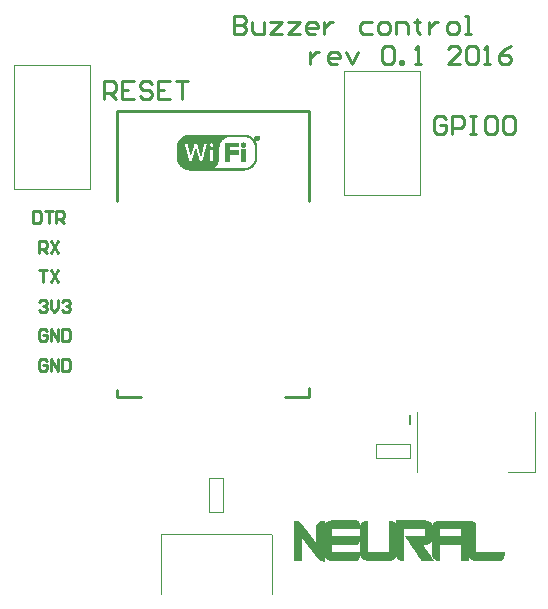
<source format=gto>
G04 Layer_Color=65535*
%FSLAX25Y25*%
%MOIN*%
G70*
G01*
G75*
%ADD23C,0.01000*%
%ADD32C,0.00100*%
%ADD33C,0.00394*%
%ADD34C,0.00600*%
%ADD35C,0.00050*%
D23*
X152004Y269760D02*
X216004D01*
Y239760D02*
Y269760D01*
Y174260D02*
Y177260D01*
X208004Y174260D02*
X216004D01*
X152004D02*
X160004D01*
X152004D02*
Y176760D01*
Y239760D02*
Y269760D01*
X216535Y289432D02*
Y285433D01*
Y287432D01*
X217535Y288432D01*
X218535Y289432D01*
X219534D01*
X225533Y285433D02*
X223533D01*
X222533Y286433D01*
Y288432D01*
X223533Y289432D01*
X225533D01*
X226532Y288432D01*
Y287432D01*
X222533D01*
X228532Y289432D02*
X230531Y285433D01*
X232530Y289432D01*
X240528Y290431D02*
X241527Y291431D01*
X243527D01*
X244526Y290431D01*
Y286433D01*
X243527Y285433D01*
X241527D01*
X240528Y286433D01*
Y290431D01*
X246526Y285433D02*
Y286433D01*
X247525D01*
Y285433D01*
X246526D01*
X251524D02*
X253523D01*
X252524D01*
Y291431D01*
X251524Y290431D01*
X266519Y285433D02*
X262521D01*
X266519Y289432D01*
Y290431D01*
X265520Y291431D01*
X263520D01*
X262521Y290431D01*
X268519D02*
X269518Y291431D01*
X271518D01*
X272517Y290431D01*
Y286433D01*
X271518Y285433D01*
X269518D01*
X268519Y286433D01*
Y290431D01*
X274517Y285433D02*
X276516D01*
X275516D01*
Y291431D01*
X274517Y290431D01*
X283514Y291431D02*
X281514Y290431D01*
X279515Y288432D01*
Y286433D01*
X280515Y285433D01*
X282514D01*
X283514Y286433D01*
Y287432D01*
X282514Y288432D01*
X279515D01*
X190945Y301274D02*
Y295276D01*
X193944D01*
X194944Y296275D01*
Y297275D01*
X193944Y298275D01*
X190945D01*
X193944D01*
X194944Y299274D01*
Y300274D01*
X193944Y301274D01*
X190945D01*
X196943Y299274D02*
Y296275D01*
X197943Y295276D01*
X200942D01*
Y299274D01*
X202941D02*
X206940D01*
X202941Y295276D01*
X206940D01*
X208939Y299274D02*
X212938D01*
X208939Y295276D01*
X212938D01*
X217936D02*
X215937D01*
X214937Y296275D01*
Y298275D01*
X215937Y299274D01*
X217936D01*
X218936Y298275D01*
Y297275D01*
X214937D01*
X220935Y299274D02*
Y295276D01*
Y297275D01*
X221935Y298275D01*
X222935Y299274D01*
X223934D01*
X236930D02*
X233931D01*
X232931Y298275D01*
Y296275D01*
X233931Y295276D01*
X236930D01*
X239929D02*
X241928D01*
X242928Y296275D01*
Y298275D01*
X241928Y299274D01*
X239929D01*
X238929Y298275D01*
Y296275D01*
X239929Y295276D01*
X244927D02*
Y299274D01*
X247926D01*
X248926Y298275D01*
Y295276D01*
X251925Y300274D02*
Y299274D01*
X250925D01*
X252925D01*
X251925D01*
Y296275D01*
X252925Y295276D01*
X255924Y299274D02*
Y295276D01*
Y297275D01*
X256924Y298275D01*
X257923Y299274D01*
X258923D01*
X262922Y295276D02*
X264921D01*
X265921Y296275D01*
Y298275D01*
X264921Y299274D01*
X262922D01*
X261922Y298275D01*
Y296275D01*
X262922Y295276D01*
X267920D02*
X269919D01*
X268920D01*
Y301274D01*
X267920D01*
X261873Y266809D02*
X260873Y267809D01*
X258874D01*
X257874Y266809D01*
Y262811D01*
X258874Y261811D01*
X260873D01*
X261873Y262811D01*
Y264810D01*
X259873D01*
X263872Y261811D02*
Y267809D01*
X266871D01*
X267871Y266809D01*
Y264810D01*
X266871Y263810D01*
X263872D01*
X269870Y267809D02*
X271869D01*
X270870D01*
Y261811D01*
X269870D01*
X271869D01*
X277868Y267809D02*
X275868D01*
X274868Y266809D01*
Y262811D01*
X275868Y261811D01*
X277868D01*
X278867Y262811D01*
Y266809D01*
X277868Y267809D01*
X280867Y266809D02*
X281866Y267809D01*
X283866D01*
X284865Y266809D01*
Y262811D01*
X283866Y261811D01*
X281866D01*
X280867Y262811D01*
Y266809D01*
X147638Y273622D02*
Y279620D01*
X150637D01*
X151637Y278620D01*
Y276621D01*
X150637Y275621D01*
X147638D01*
X149637D02*
X151637Y273622D01*
X157635Y279620D02*
X153636D01*
Y273622D01*
X157635D01*
X153636Y276621D02*
X155635D01*
X163633Y278620D02*
X162633Y279620D01*
X160634D01*
X159634Y278620D01*
Y277621D01*
X160634Y276621D01*
X162633D01*
X163633Y275621D01*
Y274622D01*
X162633Y273622D01*
X160634D01*
X159634Y274622D01*
X169631Y279620D02*
X165632D01*
Y273622D01*
X169631D01*
X165632Y276621D02*
X167631D01*
X171630Y279620D02*
X175629D01*
X173629D01*
Y273622D01*
X128608Y186351D02*
X127952Y187007D01*
X126640D01*
X125984Y186351D01*
Y183727D01*
X126640Y183071D01*
X127952D01*
X128608Y183727D01*
Y185039D01*
X127296D01*
X129920Y183071D02*
Y187007D01*
X132544Y183071D01*
Y187007D01*
X133856D02*
Y183071D01*
X135824D01*
X136479Y183727D01*
Y186351D01*
X135824Y187007D01*
X133856D01*
X128608Y196193D02*
X127952Y196849D01*
X126640D01*
X125984Y196193D01*
Y193569D01*
X126640Y192913D01*
X127952D01*
X128608Y193569D01*
Y194881D01*
X127296D01*
X129920Y192913D02*
Y196849D01*
X132544Y192913D01*
Y196849D01*
X133856D02*
Y192913D01*
X135824D01*
X136479Y193569D01*
Y196193D01*
X135824Y196849D01*
X133856D01*
X124016Y236219D02*
Y232283D01*
X125984D01*
X126640Y232939D01*
Y235563D01*
X125984Y236219D01*
X124016D01*
X127952D02*
X130575D01*
X129263D01*
Y232283D01*
X131887D02*
Y236219D01*
X133855D01*
X134511Y235563D01*
Y234251D01*
X133855Y233595D01*
X131887D01*
X133199D02*
X134511Y232283D01*
X125984Y222441D02*
Y226377D01*
X127952D01*
X128608Y225721D01*
Y224409D01*
X127952Y223753D01*
X125984D01*
X127296D02*
X128608Y222441D01*
X129920Y226377D02*
X132544Y222441D01*
Y226377D02*
X129920Y222441D01*
X125984Y216534D02*
X128608D01*
X127296D01*
Y212598D01*
X129920Y216534D02*
X132544Y212598D01*
Y216534D02*
X129920Y212598D01*
X125984Y206036D02*
X126640Y206692D01*
X127952D01*
X128608Y206036D01*
Y205380D01*
X127952Y204724D01*
X127296D01*
X127952D01*
X128608Y204068D01*
Y203412D01*
X127952Y202756D01*
X126640D01*
X125984Y203412D01*
X129920Y206692D02*
Y204068D01*
X131232Y202756D01*
X132544Y204068D01*
Y206692D01*
X133856Y206036D02*
X134512Y206692D01*
X135824D01*
X136479Y206036D01*
Y205380D01*
X135824Y204724D01*
X135168D01*
X135824D01*
X136479Y204068D01*
Y203412D01*
X135824Y202756D01*
X134512D01*
X133856Y203412D01*
X128608Y196193D02*
X127952Y196849D01*
X126640D01*
X125984Y196193D01*
Y193569D01*
X126640Y192913D01*
X127952D01*
X128608Y193569D01*
Y194881D01*
X127296D01*
X129920Y192913D02*
Y196849D01*
X132544Y192913D01*
Y196849D01*
X133856D02*
Y192913D01*
X135824D01*
X136479Y193569D01*
Y196193D01*
X135824Y196849D01*
X133856D01*
D32*
X220749Y119782D02*
X220949D01*
X274549Y119882D02*
X279749D01*
X266649D02*
X269149D01*
X253549D02*
X257249D01*
X247149D02*
X247449D01*
X227049D02*
X231649D01*
X220249D02*
X220949D01*
X271249Y119982D02*
X279949D01*
X266649D02*
X269149D01*
X258949D02*
X259549D01*
X253549D02*
X257249D01*
X246749D02*
X247449D01*
X235549D02*
X242549D01*
X223249D02*
X231849D01*
X220049D02*
X220949D01*
X211049D02*
X213549D01*
X270849Y120082D02*
X280149D01*
X266649D02*
X269149D01*
X258549D02*
X259549D01*
X253449D02*
X257149D01*
X246449D02*
X247449D01*
X234949D02*
X243249D01*
X222749D02*
X232049D01*
X219849D02*
X220949D01*
X211049D02*
X213549D01*
X270549Y120182D02*
X280249D01*
X266649D02*
X269149D01*
X258349D02*
X259549D01*
X253349D02*
X257049D01*
X246249D02*
X247449D01*
X234549D02*
X243549D01*
X222449D02*
X232149D01*
X219649D02*
X220949D01*
X211049D02*
X213549D01*
X270349Y120282D02*
X280249D01*
X266649D02*
X269149D01*
X258149D02*
X259549D01*
X253349D02*
X257049D01*
X246049D02*
X247449D01*
X234349D02*
X243849D01*
X222249D02*
X232249D01*
X219549D02*
X220949D01*
X211049D02*
X213549D01*
X270149Y120382D02*
X280349D01*
X266649D02*
X269149D01*
X257949D02*
X259549D01*
X253249D02*
X256949D01*
X245849D02*
X247449D01*
X234149D02*
X243949D01*
X222149D02*
X232349D01*
X219349D02*
X220949D01*
X211049D02*
X213549D01*
X270049Y120482D02*
X280449D01*
X266649D02*
X269149D01*
X257849D02*
X259549D01*
X253149D02*
X256849D01*
X245749D02*
X247449D01*
X234049D02*
X244149D01*
X221949D02*
X232349D01*
X219249D02*
X220949D01*
X211049D02*
X213549D01*
X269849Y120582D02*
X280549D01*
X266649D02*
X269149D01*
X257649D02*
X259549D01*
X253149D02*
X256849D01*
X245649D02*
X247449D01*
X233949D02*
X244249D01*
X221849D02*
X232449D01*
X219149D02*
X220949D01*
X211049D02*
X213549D01*
X269749Y120682D02*
X280549D01*
X266649D02*
X269149D01*
X257549D02*
X259549D01*
X253049D02*
X256749D01*
X245549D02*
X247449D01*
X233849D02*
X244349D01*
X221749D02*
X232549D01*
X219049D02*
X220949D01*
X211049D02*
X213549D01*
X269749Y120782D02*
X280649D01*
X266649D02*
X269149D01*
X257449D02*
X259549D01*
X252949D02*
X256649D01*
X245449D02*
X247449D01*
X233749D02*
X244449D01*
X221649D02*
X232549D01*
X218949D02*
X220949D01*
X211049D02*
X213549D01*
X269649Y120882D02*
X280649D01*
X266649D02*
X269149D01*
X257349D02*
X259549D01*
X252949D02*
X256649D01*
X245349D02*
X247449D01*
X233649D02*
X244549D01*
X221549D02*
X232649D01*
X218849D02*
X220949D01*
X211049D02*
X213549D01*
X269549Y120982D02*
X280749D01*
X266649D02*
X269149D01*
X257349D02*
X259549D01*
X252849D02*
X256549D01*
X245249D02*
X247449D01*
X233549D02*
X244649D01*
X221449D02*
X232649D01*
X218749D02*
X220949D01*
X211049D02*
X213549D01*
X269449Y121082D02*
X280749D01*
X266649D02*
X269149D01*
X257249D02*
X259549D01*
X252749D02*
X256449D01*
X245249D02*
X247449D01*
X233449D02*
X244649D01*
X221449D02*
X232749D01*
X218749D02*
X220949D01*
X211049D02*
X213549D01*
X269349Y121182D02*
X280849D01*
X266649D02*
X269149D01*
X257249D02*
X259549D01*
X252749D02*
X256449D01*
X245149D02*
X247449D01*
X233349D02*
X244749D01*
X221349D02*
X232749D01*
X218649D02*
X220949D01*
X211049D02*
X213549D01*
X269349Y121282D02*
X280849D01*
X266649D02*
X269149D01*
X257149D02*
X259549D01*
X252649D02*
X256349D01*
X245149D02*
X247449D01*
X233349D02*
X244849D01*
X221249D02*
X232749D01*
X218549D02*
X220949D01*
X211049D02*
X213549D01*
X269249Y121382D02*
X280849D01*
X266649D02*
X269149D01*
X257149D02*
X259549D01*
X252549D02*
X256249D01*
X245049D02*
X247449D01*
X233249D02*
X244849D01*
X221249D02*
X232849D01*
X218449D02*
X220949D01*
X211049D02*
X213549D01*
X269249Y121482D02*
X280949D01*
X266649D02*
X269149D01*
X257049D02*
X259549D01*
X252549D02*
X256249D01*
X245049D02*
X247449D01*
X233249D02*
X244949D01*
X221149D02*
X232849D01*
X218349D02*
X220949D01*
X211049D02*
X213549D01*
X266649Y121582D02*
X280949D01*
X257049D02*
X259549D01*
X252449D02*
X256149D01*
X233149D02*
X247449D01*
X221049D02*
X232849D01*
X218349D02*
X220949D01*
X211049D02*
X213549D01*
X266649Y121682D02*
X280949D01*
X257049D02*
X259549D01*
X252349D02*
X256049D01*
X233149D02*
X247449D01*
X221049D02*
X232949D01*
X218249D02*
X220949D01*
X211049D02*
X213549D01*
X266649Y121782D02*
X280949D01*
X257049D02*
X259549D01*
X252349D02*
X256049D01*
X233049D02*
X247449D01*
X221049D02*
X232949D01*
X218149D02*
X220949D01*
X211049D02*
X213549D01*
X266649Y121882D02*
X281049D01*
X257049D02*
X259549D01*
X252249D02*
X255949D01*
X233049D02*
X247449D01*
X218049D02*
X232949D01*
X211049D02*
X213549D01*
X266649Y121982D02*
X281049D01*
X257049D02*
X259549D01*
X252149D02*
X255849D01*
X233049D02*
X247449D01*
X217949D02*
X232949D01*
X211049D02*
X213549D01*
X266649Y122082D02*
X281049D01*
X257049D02*
X259549D01*
X252149D02*
X255849D01*
X233049D02*
X247449D01*
X217949D02*
X232949D01*
X211049D02*
X213549D01*
X266649Y122182D02*
X281049D01*
X257049D02*
X259549D01*
X252049D02*
X255749D01*
X217849D02*
X247449D01*
X211049D02*
X213549D01*
X266649Y122282D02*
X281049D01*
X257049D02*
X259549D01*
X251949D02*
X255649D01*
X217749D02*
X247449D01*
X211049D02*
X213549D01*
X266649Y122382D02*
X281149D01*
X257049D02*
X259549D01*
X251949D02*
X255649D01*
X217649D02*
X247449D01*
X211049D02*
X213549D01*
X266649Y122482D02*
X281149D01*
X257049D02*
X259549D01*
X251849D02*
X255549D01*
X217649D02*
X247449D01*
X211049D02*
X213549D01*
X266649Y122582D02*
X281149D01*
X257049D02*
X259549D01*
X251749D02*
X255449D01*
X217549D02*
X247449D01*
X211049D02*
X213549D01*
X266649Y122682D02*
X275249D01*
X257049D02*
X259549D01*
X251749D02*
X255449D01*
X217449D02*
X247449D01*
X211049D02*
X213549D01*
X266649Y122782D02*
X271549D01*
X257049D02*
X259549D01*
X251649D02*
X255349D01*
X242649D02*
X247449D01*
X233049D02*
X235549D01*
X217349D02*
X223449D01*
X211049D02*
X213549D01*
X266649Y122882D02*
X271549D01*
X257049D02*
X259549D01*
X251549D02*
X255249D01*
X242649D02*
X247449D01*
X233049D02*
X235549D01*
X217249D02*
X223449D01*
X211049D02*
X213549D01*
X266649Y122982D02*
X271549D01*
X257049D02*
X259549D01*
X251549D02*
X255249D01*
X242649D02*
X247449D01*
X233049D02*
X235549D01*
X217249D02*
X223449D01*
X211049D02*
X213549D01*
X266649Y123082D02*
X271549D01*
X257049D02*
X259549D01*
X251449D02*
X255149D01*
X242649D02*
X247449D01*
X233049D02*
X235549D01*
X217149D02*
X223449D01*
X211049D02*
X213549D01*
X266649Y123182D02*
X271549D01*
X257049D02*
X259549D01*
X251349D02*
X255049D01*
X242649D02*
X247449D01*
X233049D02*
X235549D01*
X217049D02*
X223449D01*
X211049D02*
X213549D01*
X266649Y123282D02*
X271549D01*
X257049D02*
X259549D01*
X251349D02*
X254949D01*
X242649D02*
X247449D01*
X233049D02*
X235549D01*
X216949D02*
X223449D01*
X211049D02*
X213549D01*
X266649Y123382D02*
X271549D01*
X257049D02*
X259549D01*
X251249D02*
X254949D01*
X242649D02*
X247449D01*
X233049D02*
X235549D01*
X216949D02*
X223449D01*
X211049D02*
X213549D01*
X266649Y123482D02*
X271549D01*
X257049D02*
X259549D01*
X251149D02*
X254849D01*
X242649D02*
X247549D01*
X233049D02*
X235549D01*
X216849D02*
X223449D01*
X211049D02*
X213549D01*
X266649Y123582D02*
X271549D01*
X257049D02*
X259549D01*
X251149D02*
X254749D01*
X242649D02*
X247549D01*
X233049D02*
X235549D01*
X216749D02*
X223449D01*
X211049D02*
X213549D01*
X266649Y123682D02*
X271549D01*
X257049D02*
X259549D01*
X251049D02*
X254749D01*
X242649D02*
X247549D01*
X233049D02*
X235549D01*
X216649D02*
X223449D01*
X211049D02*
X213549D01*
X266649Y123782D02*
X271549D01*
X257049D02*
X259549D01*
X250949D02*
X254649D01*
X242649D02*
X247549D01*
X233049D02*
X235549D01*
X216649D02*
X223449D01*
X211049D02*
X213549D01*
X266649Y123882D02*
X271549D01*
X257049D02*
X259549D01*
X250949D02*
X254549D01*
X242649D02*
X247549D01*
X233049D02*
X235549D01*
X216549D02*
X223449D01*
X211049D02*
X213549D01*
X266649Y123982D02*
X271549D01*
X257049D02*
X259549D01*
X250849D02*
X254549D01*
X242649D02*
X247549D01*
X233049D02*
X235549D01*
X216449D02*
X223449D01*
X211049D02*
X213549D01*
X266649Y124082D02*
X271549D01*
X257049D02*
X259549D01*
X250749D02*
X254449D01*
X242649D02*
X247549D01*
X233049D02*
X235549D01*
X216349D02*
X223449D01*
X211049D02*
X213549D01*
X266649Y124182D02*
X271549D01*
X257049D02*
X259549D01*
X250649D02*
X254349D01*
X242649D02*
X247549D01*
X233049D02*
X235549D01*
X216249D02*
X223449D01*
X211049D02*
X213549D01*
X266649Y124282D02*
X271549D01*
X257049D02*
X259549D01*
X250649D02*
X254349D01*
X242649D02*
X247549D01*
X233049D02*
X235549D01*
X216249D02*
X223449D01*
X211049D02*
X213549D01*
X266649Y124382D02*
X271549D01*
X257049D02*
X259549D01*
X250549D02*
X254249D01*
X242649D02*
X247549D01*
X233049D02*
X235549D01*
X216149D02*
X223449D01*
X211049D02*
X213549D01*
X266649Y124482D02*
X271549D01*
X257049D02*
X259549D01*
X250449D02*
X254149D01*
X242649D02*
X247549D01*
X233049D02*
X235549D01*
X216049D02*
X223449D01*
X211049D02*
X213549D01*
X266649Y124582D02*
X271549D01*
X257049D02*
X259549D01*
X250449D02*
X254149D01*
X242649D02*
X247549D01*
X233049D02*
X235549D01*
X215949D02*
X223449D01*
X211049D02*
X213549D01*
X266649Y124682D02*
X271549D01*
X257049D02*
X259549D01*
X250349D02*
X254049D01*
X242649D02*
X247549D01*
X233049D02*
X235549D01*
X215949D02*
X223449D01*
X211049D02*
X213549D01*
X266649Y124782D02*
X271549D01*
X257049D02*
X259549D01*
X250249D02*
X253949D01*
X242649D02*
X247549D01*
X233049D02*
X235549D01*
X215849D02*
X223449D01*
X211049D02*
X213549D01*
X266649Y124882D02*
X271549D01*
X257049D02*
X259549D01*
X250249D02*
X253949D01*
X242649D02*
X247549D01*
X233049D02*
X235549D01*
X215749D02*
X223449D01*
X211049D02*
X213549D01*
X266649Y124982D02*
X271549D01*
X257049D02*
X259549D01*
X250149D02*
X253849D01*
X242649D02*
X247549D01*
X233049D02*
X235549D01*
X215649D02*
X223449D01*
X211049D02*
X213549D01*
X266649Y125082D02*
X271549D01*
X257049D02*
X259549D01*
X250049D02*
X253749D01*
X242649D02*
X247549D01*
X233049D02*
X235549D01*
X215649D02*
X223449D01*
X211049D02*
X213549D01*
X266649Y125182D02*
X271549D01*
X257049D02*
X259549D01*
X250049D02*
X253749D01*
X242649D02*
X247549D01*
X233049D02*
X235549D01*
X215549D02*
X223449D01*
X211049D02*
X213549D01*
X257049Y125282D02*
X271549D01*
X249949D02*
X254649D01*
X242649D02*
X247549D01*
X233049D02*
X235549D01*
X215449D02*
X231649D01*
X211049D02*
X213549D01*
X257049Y125382D02*
X271549D01*
X249849D02*
X255249D01*
X242649D02*
X247549D01*
X233049D02*
X235549D01*
X218449D02*
X231949D01*
X215349D02*
X218349D01*
X211049D02*
X213549D01*
X257049Y125482D02*
X271549D01*
X249849D02*
X255649D01*
X242649D02*
X247549D01*
X233049D02*
X235549D01*
X218449D02*
X232049D01*
X215349D02*
X218249D01*
X211049D02*
X213549D01*
X257049Y125582D02*
X271549D01*
X249749D02*
X255849D01*
X242649D02*
X247549D01*
X233049D02*
X235549D01*
X218449D02*
X232149D01*
X215249D02*
X218249D01*
X211049D02*
X213549D01*
X257049Y125682D02*
X271549D01*
X249649D02*
X256049D01*
X242649D02*
X247549D01*
X233049D02*
X235549D01*
X218449D02*
X232249D01*
X215149D02*
X218149D01*
X211049D02*
X213549D01*
X257049Y125782D02*
X271549D01*
X249649D02*
X256149D01*
X242649D02*
X247549D01*
X233049D02*
X235549D01*
X218449D02*
X232349D01*
X215049D02*
X218049D01*
X211049D02*
X213549D01*
X257049Y125882D02*
X271549D01*
X249549D02*
X256249D01*
X242649D02*
X247549D01*
X233049D02*
X235549D01*
X218449D02*
X232449D01*
X214949D02*
X217949D01*
X211049D02*
X213549D01*
X257049Y125982D02*
X271549D01*
X249449D02*
X256349D01*
X242649D02*
X247549D01*
X233049D02*
X235549D01*
X218449D02*
X232549D01*
X214949D02*
X217949D01*
X211049D02*
X213549D01*
X257049Y126082D02*
X271549D01*
X249449D02*
X256449D01*
X242649D02*
X247549D01*
X233049D02*
X235549D01*
X218449D02*
X232549D01*
X214849D02*
X217849D01*
X211049D02*
X213549D01*
X257049Y126182D02*
X271549D01*
X249349D02*
X256549D01*
X242649D02*
X247549D01*
X233049D02*
X235549D01*
X218449D02*
X232649D01*
X214749D02*
X217749D01*
X211049D02*
X213549D01*
X257049Y126282D02*
X271549D01*
X249249D02*
X256649D01*
X242649D02*
X247549D01*
X233049D02*
X235549D01*
X218449D02*
X232649D01*
X214649D02*
X217749D01*
X211049D02*
X213549D01*
X257049Y126382D02*
X271549D01*
X249249D02*
X256749D01*
X242649D02*
X247549D01*
X233049D02*
X235549D01*
X218449D02*
X232749D01*
X214649D02*
X217649D01*
X211049D02*
X213549D01*
X257049Y126482D02*
X271549D01*
X249149D02*
X256749D01*
X242649D02*
X247549D01*
X233049D02*
X235549D01*
X218449D02*
X232749D01*
X214549D02*
X217549D01*
X211049D02*
X213549D01*
X257049Y126582D02*
X271549D01*
X249049D02*
X256849D01*
X242649D02*
X247549D01*
X233049D02*
X235549D01*
X218449D02*
X232849D01*
X214449D02*
X217449D01*
X211049D02*
X213549D01*
X257049Y126682D02*
X271549D01*
X249049D02*
X256949D01*
X242649D02*
X247549D01*
X233049D02*
X235549D01*
X218449D02*
X232849D01*
X214349D02*
X217449D01*
X211049D02*
X213549D01*
X257049Y126782D02*
X271549D01*
X248949D02*
X256949D01*
X242649D02*
X247549D01*
X233049D02*
X235549D01*
X218449D02*
X232849D01*
X214349D02*
X217349D01*
X211049D02*
X213549D01*
X248849Y126882D02*
X271549D01*
X242649D02*
X247549D01*
X233049D02*
X235549D01*
X218449D02*
X232949D01*
X214249D02*
X217249D01*
X211049D02*
X213549D01*
X248849Y126982D02*
X271549D01*
X242649D02*
X247549D01*
X233049D02*
X235549D01*
X218449D02*
X232949D01*
X214149D02*
X217149D01*
X211049D02*
X213549D01*
X248749Y127082D02*
X271549D01*
X242649D02*
X247549D01*
X233049D02*
X235549D01*
X218449D02*
X232949D01*
X214049D02*
X217149D01*
X211049D02*
X213549D01*
X248649Y127182D02*
X271549D01*
X242649D02*
X247549D01*
X233049D02*
X235549D01*
X218449D02*
X232949D01*
X214049D02*
X217049D01*
X211049D02*
X213549D01*
X248649Y127282D02*
X271549D01*
X242649D02*
X247549D01*
X218449D02*
X235549D01*
X213949D02*
X216949D01*
X211049D02*
X213549D01*
X248549Y127382D02*
X271549D01*
X242649D02*
X247549D01*
X218449D02*
X235549D01*
X213849D02*
X216949D01*
X211049D02*
X213549D01*
X248449Y127482D02*
X271549D01*
X242649D02*
X247549D01*
X218449D02*
X235549D01*
X213749D02*
X216849D01*
X211049D02*
X213549D01*
X248449Y127582D02*
X271549D01*
X242649D02*
X247549D01*
X218449D02*
X235549D01*
X213649D02*
X216749D01*
X211049D02*
X213549D01*
X248349Y127682D02*
X271549D01*
X242649D02*
X247549D01*
X218449D02*
X235549D01*
X211049D02*
X216649D01*
X248249Y127782D02*
X271549D01*
X242649D02*
X247549D01*
X218449D02*
X235549D01*
X211049D02*
X216649D01*
X248249Y127882D02*
X271549D01*
X242649D02*
X247549D01*
X218449D02*
X235549D01*
X211049D02*
X216549D01*
X266649Y127982D02*
X271549D01*
X248149D02*
X259549D01*
X242649D02*
X247549D01*
X218449D02*
X235549D01*
X211049D02*
X216449D01*
X266649Y128082D02*
X271549D01*
X254649D02*
X259549D01*
X242649D02*
X247549D01*
X233049D02*
X235549D01*
X218449D02*
X223549D01*
X211049D02*
X216349D01*
X266649Y128182D02*
X271549D01*
X254649D02*
X259549D01*
X242649D02*
X247549D01*
X233049D02*
X235549D01*
X218449D02*
X223549D01*
X211049D02*
X216349D01*
X266649Y128282D02*
X271549D01*
X254649D02*
X259549D01*
X242649D02*
X247549D01*
X233049D02*
X235549D01*
X218449D02*
X223549D01*
X211049D02*
X216249D01*
X266649Y128382D02*
X271549D01*
X254649D02*
X259549D01*
X242649D02*
X247549D01*
X233049D02*
X235549D01*
X218449D02*
X223549D01*
X211049D02*
X216149D01*
X266649Y128482D02*
X271549D01*
X254649D02*
X259549D01*
X242649D02*
X247549D01*
X233049D02*
X235549D01*
X218449D02*
X223549D01*
X211049D02*
X216049D01*
X266649Y128582D02*
X271549D01*
X254649D02*
X259549D01*
X242649D02*
X247549D01*
X233049D02*
X235549D01*
X218449D02*
X223549D01*
X211049D02*
X216049D01*
X266649Y128682D02*
X271549D01*
X254649D02*
X259549D01*
X242649D02*
X247549D01*
X233049D02*
X235549D01*
X218449D02*
X223549D01*
X211049D02*
X215949D01*
X266649Y128782D02*
X271549D01*
X254649D02*
X259549D01*
X242649D02*
X247549D01*
X233049D02*
X235549D01*
X218449D02*
X223549D01*
X211049D02*
X215849D01*
X266649Y128882D02*
X271549D01*
X254649D02*
X259549D01*
X242649D02*
X247549D01*
X233049D02*
X235549D01*
X218449D02*
X223549D01*
X211049D02*
X215749D01*
X266649Y128982D02*
X271549D01*
X254649D02*
X259549D01*
X242649D02*
X247549D01*
X233049D02*
X235549D01*
X218449D02*
X223549D01*
X211049D02*
X215649D01*
X266649Y129082D02*
X271549D01*
X254649D02*
X259549D01*
X242649D02*
X247549D01*
X233049D02*
X235549D01*
X218449D02*
X223549D01*
X211049D02*
X215649D01*
X266649Y129182D02*
X271549D01*
X254649D02*
X259549D01*
X242649D02*
X247549D01*
X233049D02*
X235549D01*
X218449D02*
X223549D01*
X211049D02*
X215549D01*
X266649Y129282D02*
X271549D01*
X254649D02*
X259549D01*
X242649D02*
X247549D01*
X233049D02*
X235549D01*
X218449D02*
X223549D01*
X211049D02*
X215449D01*
X266649Y129382D02*
X271549D01*
X254649D02*
X259549D01*
X242649D02*
X247549D01*
X233049D02*
X235549D01*
X218449D02*
X223549D01*
X211049D02*
X215349D01*
X266649Y129482D02*
X271549D01*
X254649D02*
X259549D01*
X242649D02*
X247549D01*
X233049D02*
X235549D01*
X218449D02*
X223549D01*
X211049D02*
X215349D01*
X266649Y129582D02*
X271549D01*
X254649D02*
X259549D01*
X242649D02*
X247549D01*
X233049D02*
X235549D01*
X218449D02*
X223549D01*
X211049D02*
X215249D01*
X266649Y129682D02*
X271549D01*
X254649D02*
X259549D01*
X242649D02*
X247549D01*
X233049D02*
X235549D01*
X218449D02*
X223549D01*
X211049D02*
X215149D01*
X266649Y129782D02*
X271549D01*
X254649D02*
X259549D01*
X242649D02*
X247549D01*
X233049D02*
X235549D01*
X218449D02*
X223549D01*
X211049D02*
X215049D01*
X266649Y129882D02*
X271549D01*
X254649D02*
X259549D01*
X242649D02*
X247549D01*
X233049D02*
X235549D01*
X218449D02*
X223549D01*
X211049D02*
X214949D01*
X266649Y129982D02*
X271549D01*
X254649D02*
X259549D01*
X242649D02*
X247549D01*
X233049D02*
X235549D01*
X218449D02*
X223549D01*
X211049D02*
X214949D01*
X266649Y130082D02*
X271549D01*
X254649D02*
X259549D01*
X242649D02*
X247549D01*
X233049D02*
X235549D01*
X218449D02*
X223549D01*
X211049D02*
X214849D01*
X266649Y130182D02*
X271549D01*
X254649D02*
X259549D01*
X242649D02*
X247549D01*
X233049D02*
X235549D01*
X218449D02*
X223549D01*
X211049D02*
X214749D01*
X266649Y130282D02*
X271549D01*
X254649D02*
X259549D01*
X242649D02*
X247549D01*
X233049D02*
X235549D01*
X218449D02*
X223549D01*
X211049D02*
X214649D01*
X266649Y130382D02*
X271549D01*
X254649D02*
X259549D01*
X242649D02*
X247549D01*
X233049D02*
X235549D01*
X218449D02*
X223549D01*
X211049D02*
X214649D01*
X242649Y130482D02*
X271549D01*
X218449D02*
X235549D01*
X211049D02*
X214549D01*
X242649Y130582D02*
X271549D01*
X218449D02*
X235549D01*
X211049D02*
X214449D01*
X242649Y130682D02*
X271549D01*
X218449D02*
X235549D01*
X211049D02*
X214349D01*
X242649Y130782D02*
X271549D01*
X218449D02*
X235549D01*
X211049D02*
X214249D01*
X242649Y130882D02*
X271549D01*
X218449D02*
X235549D01*
X211049D02*
X214149D01*
X242649Y130982D02*
X271549D01*
X218449D02*
X235549D01*
X211049D02*
X214149D01*
X242649Y131082D02*
X271549D01*
X221049D02*
X235549D01*
X218449D02*
X220949D01*
X211049D02*
X214049D01*
X242649Y131182D02*
X271549D01*
X221049D02*
X235549D01*
X218449D02*
X220949D01*
X211049D02*
X213949D01*
X242649Y131282D02*
X271549D01*
X233049D02*
X235549D01*
X221049D02*
X232949D01*
X218449D02*
X220949D01*
X211049D02*
X213849D01*
X242649Y131382D02*
X271549D01*
X233149D02*
X235549D01*
X221049D02*
X232949D01*
X218449D02*
X220949D01*
X211049D02*
X213749D01*
X257149Y131482D02*
X271549D01*
X242649D02*
X257049D01*
X233149D02*
X235549D01*
X221049D02*
X232949D01*
X218549D02*
X220949D01*
X211049D02*
X213749D01*
X257149Y131582D02*
X271549D01*
X245049D02*
X257049D01*
X242649D02*
X244949D01*
X233149D02*
X235549D01*
X221149D02*
X232949D01*
X218549D02*
X220949D01*
X211049D02*
X213649D01*
X257249Y131682D02*
X271549D01*
X245049D02*
X256949D01*
X242649D02*
X244949D01*
X233249D02*
X235549D01*
X221149D02*
X232849D01*
X218649D02*
X220949D01*
X211049D02*
X213549D01*
X257249Y131782D02*
X271449D01*
X245049D02*
X256949D01*
X242649D02*
X244849D01*
X233249D02*
X235549D01*
X221249D02*
X232849D01*
X218649D02*
X220949D01*
X211049D02*
X213449D01*
X257349Y131882D02*
X271449D01*
X245049D02*
X256849D01*
X242649D02*
X244849D01*
X233349D02*
X235549D01*
X221249D02*
X232849D01*
X218749D02*
X220949D01*
X211049D02*
X213349D01*
X257349Y131982D02*
X271349D01*
X245049D02*
X256749D01*
X242649D02*
X244749D01*
X233449D02*
X235549D01*
X221349D02*
X232749D01*
X218849D02*
X220949D01*
X211049D02*
X213249D01*
X257449Y132082D02*
X271349D01*
X245049D02*
X256749D01*
X242649D02*
X244649D01*
X233449D02*
X235549D01*
X221449D02*
X232749D01*
X218849D02*
X220949D01*
X211049D02*
X213149D01*
X257549Y132182D02*
X271249D01*
X245049D02*
X256649D01*
X242649D02*
X244649D01*
X233549D02*
X235549D01*
X221449D02*
X232649D01*
X218949D02*
X220949D01*
X211049D02*
X213049D01*
X257649Y132282D02*
X271149D01*
X245049D02*
X256549D01*
X242649D02*
X244549D01*
X233649D02*
X235549D01*
X221549D02*
X232649D01*
X219049D02*
X220949D01*
X211049D02*
X212949D01*
X257749Y132382D02*
X271049D01*
X245049D02*
X256449D01*
X242649D02*
X244449D01*
X233749D02*
X235549D01*
X221649D02*
X232549D01*
X219149D02*
X220949D01*
X211049D02*
X212849D01*
X257849Y132482D02*
X270949D01*
X245049D02*
X256349D01*
X242649D02*
X244349D01*
X233849D02*
X235549D01*
X221749D02*
X232549D01*
X219249D02*
X220949D01*
X211049D02*
X212749D01*
X257949Y132582D02*
X270749D01*
X245049D02*
X256249D01*
X242649D02*
X244249D01*
X233949D02*
X235549D01*
X221849D02*
X232449D01*
X219349D02*
X220949D01*
X211049D02*
X212649D01*
X258049Y132682D02*
X270649D01*
X245049D02*
X256149D01*
X242649D02*
X244149D01*
X234049D02*
X235549D01*
X221949D02*
X232349D01*
X219449D02*
X220949D01*
X211049D02*
X212549D01*
X258249Y132782D02*
X270449D01*
X245049D02*
X256049D01*
X242649D02*
X243949D01*
X234249D02*
X235549D01*
X222149D02*
X232249D01*
X219649D02*
X220949D01*
X211049D02*
X212449D01*
X258449Y132882D02*
X270249D01*
X245049D02*
X255849D01*
X242649D02*
X243749D01*
X234349D02*
X235549D01*
X222249D02*
X232249D01*
X219849D02*
X220949D01*
X211049D02*
X212249D01*
X258649Y132982D02*
X269949D01*
X245049D02*
X255649D01*
X242649D02*
X243549D01*
X234649D02*
X235549D01*
X222549D02*
X232049D01*
X220149D02*
X220949D01*
X211049D02*
X211949D01*
X259049Y133082D02*
X269549D01*
X245049D02*
X255349D01*
X242649D02*
X243149D01*
X234949D02*
X235549D01*
X222849D02*
X231949D01*
X220549D02*
X220949D01*
X211049D02*
X211649D01*
X245049Y133182D02*
X254749D01*
X223349D02*
X231749D01*
D33*
X238307Y158464D02*
X249606D01*
Y154035D02*
Y158464D01*
X238307Y154035D02*
X249606D01*
X238307D02*
Y158464D01*
X187242Y136102D02*
Y147401D01*
X182813Y136102D02*
X187242D01*
X182813D02*
Y147401D01*
X187242D01*
X166634Y128642D02*
X203445D01*
X166634Y108661D02*
Y128642D01*
X203642Y108661D02*
Y128445D01*
X251968Y149212D02*
Y169291D01*
X291338Y149212D02*
Y169291D01*
X282382Y149212D02*
X291338D01*
X117618Y243504D02*
X142913D01*
X117618D02*
Y285039D01*
X142913D01*
Y243504D02*
Y285039D01*
X253150Y241535D02*
Y283071D01*
X227854D02*
X253150D01*
X227854Y241535D02*
Y283071D01*
Y241535D02*
X253150D01*
D34*
X249606Y165452D02*
Y168405D01*
D35*
X175854Y261760D02*
X194654D01*
X175554Y261710D02*
X194954D01*
X175354Y261660D02*
X195154D01*
X175154Y261610D02*
X195354D01*
X175004Y261560D02*
X195504D01*
X174854Y261510D02*
X195654D01*
X174754Y261460D02*
X195754D01*
X174604Y261410D02*
X195904D01*
X198404D02*
X198904D01*
X174504Y261360D02*
X196004D01*
X198254D02*
X199004D01*
X174404Y261310D02*
X189104D01*
X194754D02*
X196104D01*
X198204D02*
X199104D01*
X174304Y261260D02*
X188804D01*
X195004D02*
X196204D01*
X198154D02*
X198504D01*
X198804D02*
X199154D01*
X174204Y261210D02*
X188654D01*
X195204D02*
X196304D01*
X198054D02*
X198354D01*
X198954D02*
X199204D01*
X174154Y261160D02*
X188454D01*
X195404D02*
X196354D01*
X198054D02*
X198304D01*
X199004D02*
X199254D01*
X174054Y261110D02*
X188354D01*
X195554D02*
X196454D01*
X198004D02*
X198204D01*
X199054D02*
X199304D01*
X173954Y261060D02*
X188204D01*
X195654D02*
X196504D01*
X197954D02*
X198154D01*
X198304D02*
X198754D01*
X199104D02*
X199304D01*
X173904Y261010D02*
X188104D01*
X195804D02*
X196604D01*
X197954D02*
X198154D01*
X198304D02*
X198904D01*
X199154D02*
X199354D01*
X173854Y260960D02*
X188004D01*
X195904D02*
X196654D01*
X197904D02*
X198104D01*
X198304D02*
X198954D01*
X199204D02*
X199354D01*
X173754Y260910D02*
X187904D01*
X196004D02*
X196754D01*
X197904D02*
X198104D01*
X198304D02*
X198454D01*
X198704D02*
X198954D01*
X199204D02*
X199404D01*
X173704Y260860D02*
X187804D01*
X196104D02*
X196804D01*
X197904D02*
X198054D01*
X198304D02*
X198454D01*
X198754D02*
X198954D01*
X199254D02*
X199404D01*
X173654Y260810D02*
X187704D01*
X196154D02*
X196854D01*
X197854D02*
X198054D01*
X198304D02*
X198454D01*
X198754D02*
X198954D01*
X199254D02*
X199404D01*
X173554Y260760D02*
X187654D01*
X196254D02*
X196954D01*
X197854D02*
X198054D01*
X198304D02*
X198454D01*
X198754D02*
X198954D01*
X199254D02*
X199404D01*
X173504Y260710D02*
X187554D01*
X196304D02*
X197004D01*
X197854D02*
X198054D01*
X198304D02*
X198954D01*
X199254D02*
X199454D01*
X173454Y260660D02*
X187504D01*
X196404D02*
X197054D01*
X197854D02*
X198054D01*
X198304D02*
X198904D01*
X199254D02*
X199454D01*
X173404Y260610D02*
X187404D01*
X196454D02*
X197104D01*
X197854D02*
X198004D01*
X198304D02*
X198804D01*
X199254D02*
X199454D01*
X173354Y260560D02*
X187354D01*
X196554D02*
X197154D01*
X197854D02*
X198054D01*
X198304D02*
X198454D01*
X198554D02*
X198804D01*
X199254D02*
X199454D01*
X173304Y260510D02*
X187304D01*
X196604D02*
X197204D01*
X197854D02*
X198054D01*
X198304D02*
X198454D01*
X198654D02*
X198854D01*
X199254D02*
X199404D01*
X173254Y260460D02*
X187254D01*
X196654D02*
X197254D01*
X197854D02*
X198054D01*
X198304D02*
X198454D01*
X198654D02*
X198904D01*
X199254D02*
X199404D01*
X173204Y260410D02*
X187154D01*
X196754D02*
X197304D01*
X197904D02*
X198054D01*
X198304D02*
X198454D01*
X198704D02*
X198904D01*
X199204D02*
X199404D01*
X173154Y260360D02*
X187104D01*
X196804D02*
X197354D01*
X197904D02*
X198104D01*
X198304D02*
X198454D01*
X198754D02*
X198954D01*
X199204D02*
X199404D01*
X173104Y260310D02*
X187054D01*
X196854D02*
X197404D01*
X197954D02*
X198104D01*
X198304D02*
X198454D01*
X198754D02*
X199004D01*
X199154D02*
X199354D01*
X173054Y260260D02*
X187004D01*
X196904D02*
X197454D01*
X197954D02*
X198154D01*
X198304D02*
X198454D01*
X198804D02*
X199004D01*
X199154D02*
X199354D01*
X173004Y260210D02*
X186954D01*
X196954D02*
X197504D01*
X198004D02*
X198204D01*
X199104D02*
X199304D01*
X172954Y260160D02*
X186904D01*
X197004D02*
X197504D01*
X198004D02*
X198254D01*
X199004D02*
X199254D01*
X172954Y260110D02*
X186854D01*
X197054D02*
X197554D01*
X198054D02*
X198354D01*
X198954D02*
X199204D01*
X172904Y260060D02*
X186854D01*
X197104D02*
X197604D01*
X198104D02*
X198454D01*
X198854D02*
X199154D01*
X172854Y260010D02*
X186804D01*
X197154D02*
X197654D01*
X198204D02*
X199104D01*
X172804Y259960D02*
X186754D01*
X197154D02*
X197704D01*
X198254D02*
X199054D01*
X172804Y259910D02*
X186704D01*
X197204D02*
X197704D01*
X198404D02*
X198904D01*
X172754Y259860D02*
X186654D01*
X197254D02*
X197754D01*
X172704Y259810D02*
X186604D01*
X197304D02*
X197804D01*
X172654Y259760D02*
X186604D01*
X197354D02*
X197804D01*
X172654Y259710D02*
X186554D01*
X197354D02*
X197854D01*
X172604Y259660D02*
X186504D01*
X197404D02*
X197904D01*
X172604Y259610D02*
X186504D01*
X197454D02*
X197904D01*
X172554Y259560D02*
X186454D01*
X197454D02*
X197954D01*
X172504Y259510D02*
X186404D01*
X197504D02*
X197954D01*
X172504Y259460D02*
X186404D01*
X197554D02*
X198004D01*
X172454Y259410D02*
X186354D01*
X197554D02*
X198054D01*
X172454Y259360D02*
X186354D01*
X197604D02*
X198054D01*
X172404Y259310D02*
X186304D01*
X197604D02*
X198104D01*
X172404Y259260D02*
X186304D01*
X197654D02*
X198104D01*
X172354Y259210D02*
X186254D01*
X197704D02*
X198154D01*
X172354Y259160D02*
X183304D01*
X183554D02*
X186254D01*
X193904D02*
X194104D01*
X197704D02*
X198154D01*
X172304Y259110D02*
X183104D01*
X183704D02*
X186204D01*
X193704D02*
X194304D01*
X197754D02*
X198154D01*
X172304Y259060D02*
X183004D01*
X183804D02*
X186204D01*
X193604D02*
X194404D01*
X197754D02*
X198204D01*
X172304Y259010D02*
X174304D01*
X174354D02*
X174404D01*
X175304D02*
X175404D01*
X175454D02*
X177604D01*
X178504D02*
X178554D01*
X178604D02*
X178704D01*
X178754D02*
X180854D01*
X181954D02*
X182004D01*
X182054D02*
X182954D01*
X183904D02*
X186154D01*
X193554D02*
X194504D01*
X197754D02*
X198204D01*
X172254Y258960D02*
X174254D01*
X175604D02*
X177604D01*
X178754D02*
X180804D01*
X182054D02*
X182904D01*
X183954D02*
X186154D01*
X187904D02*
X192454D01*
X193504D02*
X194554D01*
X197804D02*
X198254D01*
X172254Y258910D02*
X174254D01*
X175604D02*
X177604D01*
X178804D02*
X180804D01*
X182054D02*
X182854D01*
X184004D02*
X186154D01*
X187904D02*
X192504D01*
X193454D02*
X194604D01*
X197804D02*
X198254D01*
X172204Y258860D02*
X174304D01*
X175604D02*
X177554D01*
X178804D02*
X180804D01*
X182004D02*
X182804D01*
X184054D02*
X186104D01*
X187904D02*
X192454D01*
X193404D02*
X194604D01*
X197854D02*
X198254D01*
X172204Y258810D02*
X174304D01*
X175604D02*
X177554D01*
X178804D02*
X180754D01*
X182004D02*
X182754D01*
X184054D02*
X186104D01*
X187904D02*
X192454D01*
X193354D02*
X194654D01*
X197854D02*
X198304D01*
X172204Y258760D02*
X174304D01*
X175654D02*
X177554D01*
X178804D02*
X180754D01*
X182004D02*
X182754D01*
X184104D02*
X186054D01*
X187904D02*
X192454D01*
X193354D02*
X194704D01*
X197854D02*
X198304D01*
X172154Y258710D02*
X174304D01*
X175654D02*
X177504D01*
X178854D02*
X180754D01*
X182004D02*
X182704D01*
X184104D02*
X186054D01*
X187904D02*
X192454D01*
X193304D02*
X194704D01*
X197904D02*
X198354D01*
X172154Y258660D02*
X174354D01*
X175654D02*
X177504D01*
X178854D02*
X180754D01*
X181954D02*
X182704D01*
X184154D02*
X186054D01*
X187904D02*
X192454D01*
X193304D02*
X194754D01*
X197904D02*
X198354D01*
X172154Y258610D02*
X174354D01*
X175654D02*
X177504D01*
X178854D02*
X180754D01*
X181954D02*
X182704D01*
X184154D02*
X186004D01*
X187904D02*
X192454D01*
X193304D02*
X194754D01*
X197954D02*
X198354D01*
X172104Y258560D02*
X174354D01*
X175704D02*
X177454D01*
X178904D02*
X180704D01*
X181954D02*
X182654D01*
X184154D02*
X186004D01*
X187904D02*
X192454D01*
X193254D02*
X194754D01*
X197954D02*
X198354D01*
X172104Y258510D02*
X174354D01*
X175704D02*
X177454D01*
X178904D02*
X180704D01*
X181954D02*
X182654D01*
X184154D02*
X186004D01*
X187904D02*
X192454D01*
X193254D02*
X194754D01*
X197954D02*
X198404D01*
X172104Y258460D02*
X174404D01*
X175704D02*
X177454D01*
X178904D02*
X180704D01*
X181904D02*
X182654D01*
X184154D02*
X186004D01*
X187904D02*
X192454D01*
X193254D02*
X194754D01*
X197954D02*
X198404D01*
X172104Y258410D02*
X174404D01*
X175704D02*
X177454D01*
X178904D02*
X180704D01*
X181904D02*
X182654D01*
X184204D02*
X185954D01*
X187904D02*
X192454D01*
X193254D02*
X194754D01*
X198004D02*
X198404D01*
X172054Y258360D02*
X174404D01*
X175704D02*
X177404D01*
X178954D02*
X180654D01*
X181904D02*
X182654D01*
X184154D02*
X185954D01*
X187904D02*
X192454D01*
X193254D02*
X194754D01*
X198004D02*
X198454D01*
X172054Y258310D02*
X174404D01*
X175754D02*
X177404D01*
X178954D02*
X180654D01*
X181904D02*
X182654D01*
X184154D02*
X185954D01*
X187904D02*
X192454D01*
X193254D02*
X194754D01*
X198004D02*
X198454D01*
X172054Y258260D02*
X174454D01*
X175754D02*
X177404D01*
X178954D02*
X180654D01*
X181854D02*
X182704D01*
X184154D02*
X185954D01*
X187904D02*
X192454D01*
X193254D02*
X194754D01*
X198004D02*
X198454D01*
X172054Y258210D02*
X174454D01*
X175754D02*
X177354D01*
X179004D02*
X180654D01*
X181854D02*
X182704D01*
X184154D02*
X185904D01*
X187904D02*
X192454D01*
X193304D02*
X194754D01*
X198054D02*
X198454D01*
X172054Y258160D02*
X174454D01*
X175754D02*
X177354D01*
X179004D02*
X180604D01*
X181854D02*
X182704D01*
X184154D02*
X185904D01*
X187904D02*
X192454D01*
X193304D02*
X194704D01*
X198054D02*
X198454D01*
X172004Y258110D02*
X174504D01*
X175804D02*
X177354D01*
X179004D02*
X180604D01*
X181854D02*
X182704D01*
X184104D02*
X185904D01*
X187904D02*
X192454D01*
X193304D02*
X194704D01*
X198054D02*
X198504D01*
X172004Y258060D02*
X174504D01*
X175804D02*
X177354D01*
X179004D02*
X180604D01*
X181804D02*
X182754D01*
X184104D02*
X185904D01*
X187904D02*
X192454D01*
X193354D02*
X194704D01*
X198054D02*
X198504D01*
X172004Y258010D02*
X174504D01*
X175804D02*
X177304D01*
X179054D02*
X180604D01*
X181804D02*
X182754D01*
X184054D02*
X185904D01*
X187904D02*
X192454D01*
X193354D02*
X194654D01*
X198054D02*
X198504D01*
X172004Y257960D02*
X174504D01*
X175804D02*
X177304D01*
X179054D02*
X180554D01*
X181804D02*
X182804D01*
X184004D02*
X185904D01*
X187904D02*
X192454D01*
X193404D02*
X194604D01*
X198104D02*
X198504D01*
X172004Y257910D02*
X174554D01*
X175804D02*
X177304D01*
X179054D02*
X180554D01*
X181754D02*
X182854D01*
X184004D02*
X185904D01*
X187904D02*
X192454D01*
X193454D02*
X194604D01*
X198104D02*
X198504D01*
X172004Y257860D02*
X174554D01*
X175854D02*
X177254D01*
X179104D02*
X180554D01*
X181754D02*
X182904D01*
X183954D02*
X185854D01*
X187904D02*
X192504D01*
X193504D02*
X194554D01*
X198104D02*
X198504D01*
X172004Y257810D02*
X174554D01*
X175854D02*
X177254D01*
X179104D02*
X180554D01*
X181754D02*
X182954D01*
X183904D02*
X185854D01*
X187904D02*
X192454D01*
X193554D02*
X194454D01*
X198104D02*
X198504D01*
X171954Y257760D02*
X174554D01*
X175854D02*
X177254D01*
X179104D02*
X180554D01*
X181754D02*
X183054D01*
X183804D02*
X185854D01*
X187904D02*
X189254D01*
X193604D02*
X194404D01*
X198104D02*
X198554D01*
X171954Y257710D02*
X174604D01*
X175854D02*
X177204D01*
X179104D02*
X180504D01*
X181704D02*
X183154D01*
X183704D02*
X185854D01*
X187904D02*
X189254D01*
X193754D02*
X194304D01*
X198104D02*
X198554D01*
X171954Y257660D02*
X174604D01*
X175904D02*
X177204D01*
X179154D02*
X180504D01*
X181704D02*
X183354D01*
X183404D02*
X185854D01*
X187904D02*
X189254D01*
X193954D02*
X194004D01*
X198104D02*
X198554D01*
X171954Y257610D02*
X174604D01*
X175904D02*
X177204D01*
X179154D02*
X180504D01*
X181704D02*
X185854D01*
X187904D02*
X189254D01*
X198104D02*
X198554D01*
X171954Y257560D02*
X174604D01*
X175904D02*
X177204D01*
X179154D02*
X180504D01*
X181704D02*
X185854D01*
X187904D02*
X189254D01*
X198104D02*
X198554D01*
X171954Y257510D02*
X174654D01*
X175904D02*
X177154D01*
X179204D02*
X180504D01*
X181654D02*
X185854D01*
X187904D02*
X189254D01*
X198104D02*
X198554D01*
X171954Y257460D02*
X174654D01*
X175904D02*
X177154D01*
X179204D02*
X180454D01*
X181654D02*
X185854D01*
X187904D02*
X189254D01*
X198104D02*
X198554D01*
X171954Y257410D02*
X174654D01*
X175954D02*
X177154D01*
X179204D02*
X180454D01*
X181654D02*
X185854D01*
X187904D02*
X189254D01*
X198104D02*
X198554D01*
X171954Y257360D02*
X174704D01*
X175954D02*
X177104D01*
X179204D02*
X180454D01*
X181654D02*
X185854D01*
X187904D02*
X189254D01*
X198104D02*
X198554D01*
X171954Y257310D02*
X174704D01*
X175954D02*
X177104D01*
X179254D02*
X180454D01*
X181604D02*
X185854D01*
X187904D02*
X189254D01*
X198104D02*
X198554D01*
X171954Y257260D02*
X174704D01*
X175954D02*
X177104D01*
X179254D02*
X180404D01*
X181604D02*
X185854D01*
X187904D02*
X189254D01*
X198104D02*
X198554D01*
X171954Y257210D02*
X174704D01*
X176004D02*
X177104D01*
X179254D02*
X180404D01*
X181604D02*
X185854D01*
X187904D02*
X189254D01*
X198104D02*
X198554D01*
X171954Y257160D02*
X174754D01*
X176004D02*
X177054D01*
X179304D02*
X180404D01*
X181604D02*
X185854D01*
X187904D02*
X189254D01*
X198104D02*
X198554D01*
X171954Y257110D02*
X174754D01*
X176004D02*
X177054D01*
X179304D02*
X180404D01*
X181554D02*
X185854D01*
X187904D02*
X189254D01*
X198104D02*
X198554D01*
X171954Y257060D02*
X174754D01*
X176004D02*
X177054D01*
X178104D02*
X178154D01*
X179304D02*
X180354D01*
X181554D02*
X182754D01*
X184054D02*
X185854D01*
X187904D02*
X189254D01*
X193354D02*
X194654D01*
X198104D02*
X198554D01*
X171954Y257010D02*
X174754D01*
X176054D02*
X177004D01*
X178104D02*
X178204D01*
X179304D02*
X180354D01*
X181554D02*
X182754D01*
X184054D02*
X185854D01*
X187904D02*
X189254D01*
X193354D02*
X194654D01*
X198104D02*
X198554D01*
X171954Y256960D02*
X174804D01*
X176054D02*
X177004D01*
X178104D02*
X178204D01*
X179354D02*
X180354D01*
X181504D02*
X182754D01*
X184054D02*
X185854D01*
X187904D02*
X189254D01*
X193354D02*
X194654D01*
X198104D02*
X198554D01*
X171954Y256910D02*
X174804D01*
X176054D02*
X177004D01*
X178104D02*
X178204D01*
X179354D02*
X180354D01*
X181504D02*
X182754D01*
X184054D02*
X185854D01*
X187904D02*
X189254D01*
X193354D02*
X194654D01*
X198104D02*
X198554D01*
X171954Y256860D02*
X174804D01*
X176054D02*
X176954D01*
X178054D02*
X178204D01*
X179354D02*
X180304D01*
X181504D02*
X182754D01*
X184054D02*
X185854D01*
X187904D02*
X189254D01*
X193354D02*
X194654D01*
X198104D02*
X198554D01*
X171954Y256810D02*
X174804D01*
X176054D02*
X176954D01*
X178054D02*
X178254D01*
X179354D02*
X180304D01*
X181504D02*
X182804D01*
X184054D02*
X185854D01*
X187904D02*
X189254D01*
X193354D02*
X194654D01*
X198104D02*
X198554D01*
X171954Y256760D02*
X174854D01*
X176104D02*
X176954D01*
X178054D02*
X178254D01*
X179404D02*
X180304D01*
X181454D02*
X182754D01*
X184054D02*
X185854D01*
X187904D02*
X189254D01*
X193354D02*
X194654D01*
X198104D02*
X198554D01*
X171954Y256710D02*
X174854D01*
X176104D02*
X176954D01*
X178004D02*
X178254D01*
X179404D02*
X180304D01*
X181454D02*
X182754D01*
X184054D02*
X185854D01*
X187904D02*
X189254D01*
X193354D02*
X194654D01*
X198104D02*
X198554D01*
X171954Y256660D02*
X174854D01*
X176104D02*
X176904D01*
X178004D02*
X178304D01*
X179404D02*
X180304D01*
X181454D02*
X182754D01*
X184054D02*
X185854D01*
X187904D02*
X189254D01*
X193354D02*
X194654D01*
X198104D02*
X198554D01*
X171954Y256610D02*
X174904D01*
X176104D02*
X176904D01*
X178004D02*
X178304D01*
X179454D02*
X180254D01*
X181454D02*
X182754D01*
X184054D02*
X185854D01*
X187904D02*
X189254D01*
X193354D02*
X194654D01*
X198104D02*
X198554D01*
X171954Y256560D02*
X174904D01*
X176154D02*
X176904D01*
X178004D02*
X178304D01*
X179454D02*
X180254D01*
X181404D02*
X182754D01*
X184054D02*
X185854D01*
X187904D02*
X189254D01*
X193354D02*
X194654D01*
X198104D02*
X198554D01*
X171954Y256510D02*
X174904D01*
X176154D02*
X176854D01*
X177954D02*
X178304D01*
X179454D02*
X180254D01*
X181404D02*
X182754D01*
X184054D02*
X185854D01*
X187904D02*
X192254D01*
X193354D02*
X194654D01*
X198104D02*
X198554D01*
X171954Y256460D02*
X174904D01*
X176154D02*
X176854D01*
X177954D02*
X178354D01*
X179454D02*
X180254D01*
X181404D02*
X182754D01*
X184054D02*
X185854D01*
X187904D02*
X192254D01*
X193354D02*
X194654D01*
X198104D02*
X198554D01*
X171954Y256410D02*
X174954D01*
X176154D02*
X176854D01*
X177954D02*
X178354D01*
X179504D02*
X180204D01*
X181404D02*
X182754D01*
X184054D02*
X185854D01*
X187904D02*
X192254D01*
X193354D02*
X194654D01*
X198104D02*
X198554D01*
X171954Y256360D02*
X174954D01*
X176154D02*
X176804D01*
X177904D02*
X178354D01*
X179504D02*
X180204D01*
X181354D02*
X182754D01*
X184054D02*
X185854D01*
X187904D02*
X192254D01*
X193354D02*
X194654D01*
X198104D02*
X198554D01*
X171954Y256310D02*
X174954D01*
X176204D02*
X176804D01*
X177904D02*
X178404D01*
X179504D02*
X180204D01*
X181354D02*
X182754D01*
X184054D02*
X185854D01*
X187904D02*
X192254D01*
X193354D02*
X194654D01*
X198104D02*
X198554D01*
X171954Y256260D02*
X174954D01*
X176204D02*
X176804D01*
X177904D02*
X178404D01*
X179554D02*
X180204D01*
X181354D02*
X182754D01*
X184054D02*
X185854D01*
X187904D02*
X192254D01*
X193354D02*
X194654D01*
X198104D02*
X198554D01*
X171954Y256210D02*
X175004D01*
X176204D02*
X176804D01*
X177904D02*
X178404D01*
X179554D02*
X180154D01*
X181304D02*
X182754D01*
X184054D02*
X185854D01*
X187904D02*
X192254D01*
X193354D02*
X194654D01*
X198104D02*
X198554D01*
X171954Y256160D02*
X175004D01*
X176204D02*
X176754D01*
X177854D02*
X178404D01*
X179554D02*
X180154D01*
X181304D02*
X182754D01*
X184054D02*
X185854D01*
X187904D02*
X192254D01*
X193354D02*
X194654D01*
X198104D02*
X198554D01*
X171954Y256110D02*
X175004D01*
X176254D02*
X176754D01*
X177854D02*
X178454D01*
X179554D02*
X180154D01*
X181304D02*
X182754D01*
X184054D02*
X185854D01*
X187904D02*
X192254D01*
X193354D02*
X194654D01*
X198104D02*
X198554D01*
X171954Y256060D02*
X175054D01*
X176254D02*
X176754D01*
X177854D02*
X178454D01*
X179604D02*
X180154D01*
X181304D02*
X182754D01*
X184054D02*
X185854D01*
X187904D02*
X192254D01*
X193354D02*
X194654D01*
X198104D02*
X198554D01*
X171954Y256010D02*
X175054D01*
X176254D02*
X176704D01*
X177804D02*
X178454D01*
X179604D02*
X180154D01*
X181254D02*
X182754D01*
X184054D02*
X185854D01*
X187904D02*
X192254D01*
X193354D02*
X194654D01*
X198104D02*
X198554D01*
X171954Y255960D02*
X175054D01*
X176254D02*
X176704D01*
X177804D02*
X178504D01*
X179604D02*
X180104D01*
X181254D02*
X182754D01*
X184054D02*
X185854D01*
X187904D02*
X192254D01*
X193354D02*
X194654D01*
X198104D02*
X198554D01*
X171954Y255910D02*
X175054D01*
X176254D02*
X176704D01*
X177804D02*
X178504D01*
X179654D02*
X180104D01*
X181254D02*
X182754D01*
X184054D02*
X185854D01*
X187904D02*
X192254D01*
X193354D02*
X194654D01*
X198104D02*
X198554D01*
X171954Y255860D02*
X175104D01*
X176304D02*
X176704D01*
X177804D02*
X178504D01*
X179654D02*
X180104D01*
X181254D02*
X182754D01*
X184054D02*
X185854D01*
X187904D02*
X192254D01*
X193354D02*
X194654D01*
X198104D02*
X198554D01*
X171954Y255810D02*
X175104D01*
X176304D02*
X176654D01*
X177754D02*
X178504D01*
X179654D02*
X180104D01*
X181204D02*
X182754D01*
X184054D02*
X185854D01*
X187904D02*
X192254D01*
X193354D02*
X194654D01*
X198104D02*
X198554D01*
X171954Y255760D02*
X175104D01*
X176304D02*
X176654D01*
X177754D02*
X178554D01*
X179704D02*
X180054D01*
X181204D02*
X182754D01*
X184054D02*
X185854D01*
X187904D02*
X192254D01*
X193354D02*
X194654D01*
X198104D02*
X198554D01*
X171954Y255710D02*
X175104D01*
X176304D02*
X176654D01*
X177754D02*
X178554D01*
X179704D02*
X180054D01*
X181204D02*
X182754D01*
X184054D02*
X185854D01*
X187904D02*
X192254D01*
X193354D02*
X194654D01*
X198104D02*
X198554D01*
X171954Y255660D02*
X175154D01*
X176354D02*
X176604D01*
X177704D02*
X178554D01*
X179704D02*
X180054D01*
X181204D02*
X182754D01*
X184054D02*
X185854D01*
X187904D02*
X192254D01*
X193354D02*
X194654D01*
X198104D02*
X198554D01*
X171954Y255610D02*
X175154D01*
X176354D02*
X176604D01*
X177704D02*
X178604D01*
X179704D02*
X180054D01*
X181154D02*
X182754D01*
X184054D02*
X185854D01*
X187904D02*
X192254D01*
X193354D02*
X194654D01*
X198104D02*
X198554D01*
X171954Y255560D02*
X175154D01*
X176354D02*
X176604D01*
X177704D02*
X178604D01*
X179754D02*
X180004D01*
X181154D02*
X182754D01*
X184054D02*
X185854D01*
X187904D02*
X192254D01*
X193354D02*
X194654D01*
X198104D02*
X198554D01*
X171954Y255510D02*
X175154D01*
X176354D02*
X176554D01*
X177704D02*
X178604D01*
X179754D02*
X180004D01*
X181154D02*
X182754D01*
X184054D02*
X185854D01*
X187904D02*
X192254D01*
X193354D02*
X194654D01*
X198104D02*
X198554D01*
X171954Y255460D02*
X175204D01*
X176354D02*
X176554D01*
X177654D02*
X178604D01*
X179754D02*
X180004D01*
X181154D02*
X182754D01*
X184054D02*
X185854D01*
X187904D02*
X192254D01*
X193354D02*
X194654D01*
X198104D02*
X198554D01*
X171954Y255410D02*
X175204D01*
X176404D02*
X176554D01*
X177654D02*
X178654D01*
X179754D02*
X180004D01*
X181104D02*
X182754D01*
X184054D02*
X185854D01*
X187904D02*
X192254D01*
X193354D02*
X194654D01*
X198104D02*
X198554D01*
X171954Y255360D02*
X175204D01*
X176404D02*
X176554D01*
X177654D02*
X178654D01*
X179804D02*
X180004D01*
X181104D02*
X182754D01*
X184054D02*
X185854D01*
X187904D02*
X192254D01*
X193354D02*
X194654D01*
X198104D02*
X198554D01*
X171954Y255310D02*
X175254D01*
X176404D02*
X176504D01*
X177604D02*
X178654D01*
X179804D02*
X179954D01*
X181104D02*
X182754D01*
X184054D02*
X185854D01*
X187904D02*
X192254D01*
X193354D02*
X194654D01*
X198104D02*
X198554D01*
X171954Y255260D02*
X175254D01*
X176404D02*
X176504D01*
X177604D02*
X178704D01*
X179804D02*
X179954D01*
X181054D02*
X182754D01*
X184054D02*
X185854D01*
X187904D02*
X189254D01*
X193354D02*
X194654D01*
X198104D02*
X198554D01*
X171954Y255210D02*
X175254D01*
X176454D02*
X176504D01*
X177604D02*
X178704D01*
X179854D02*
X179954D01*
X181054D02*
X182754D01*
X184054D02*
X185854D01*
X187904D02*
X189254D01*
X193354D02*
X194654D01*
X198104D02*
X198554D01*
X171954Y255160D02*
X175254D01*
X177604D02*
X178704D01*
X179854D02*
X179954D01*
X181054D02*
X182754D01*
X184054D02*
X185854D01*
X187904D02*
X189254D01*
X193354D02*
X194654D01*
X198104D02*
X198554D01*
X171954Y255110D02*
X175304D01*
X177554D02*
X178704D01*
X179854D02*
X179904D01*
X181054D02*
X182754D01*
X184054D02*
X185854D01*
X187904D02*
X189254D01*
X193354D02*
X194654D01*
X198104D02*
X198554D01*
X171954Y255060D02*
X175304D01*
X177554D02*
X178754D01*
X179854D02*
X179904D01*
X181004D02*
X182754D01*
X184054D02*
X185854D01*
X187904D02*
X189254D01*
X193354D02*
X194654D01*
X198104D02*
X198554D01*
X171954Y255010D02*
X175304D01*
X177554D02*
X178754D01*
X181004D02*
X182754D01*
X184054D02*
X185854D01*
X187904D02*
X189254D01*
X193354D02*
X194654D01*
X198104D02*
X198554D01*
X171954Y254960D02*
X175304D01*
X177504D02*
X178754D01*
X181004D02*
X182754D01*
X184054D02*
X185854D01*
X187904D02*
X189254D01*
X193354D02*
X194654D01*
X198104D02*
X198554D01*
X171954Y254910D02*
X175354D01*
X177504D02*
X178804D01*
X181004D02*
X182754D01*
X184054D02*
X185854D01*
X187904D02*
X189254D01*
X193354D02*
X194654D01*
X198104D02*
X198554D01*
X171954Y254860D02*
X175354D01*
X177504D02*
X178804D01*
X180954D02*
X182754D01*
X184054D02*
X185854D01*
X187904D02*
X189254D01*
X193354D02*
X194654D01*
X198104D02*
X198554D01*
X171954Y254810D02*
X175354D01*
X177454D02*
X178804D01*
X180954D02*
X182754D01*
X184054D02*
X185854D01*
X187904D02*
X189254D01*
X193354D02*
X194654D01*
X198104D02*
X198554D01*
X171954Y254760D02*
X175404D01*
X177454D02*
X178854D01*
X180954D02*
X182754D01*
X184054D02*
X185854D01*
X187904D02*
X189254D01*
X193354D02*
X194654D01*
X198104D02*
X198554D01*
X171954Y254710D02*
X175404D01*
X177454D02*
X178854D01*
X180954D02*
X182754D01*
X184054D02*
X185854D01*
X187904D02*
X189254D01*
X193354D02*
X194654D01*
X198104D02*
X198554D01*
X171954Y254660D02*
X175404D01*
X177454D02*
X178854D01*
X180904D02*
X182754D01*
X184054D02*
X185854D01*
X187904D02*
X189254D01*
X193354D02*
X194654D01*
X198104D02*
X198554D01*
X171954Y254610D02*
X175404D01*
X177404D02*
X178854D01*
X180904D02*
X182754D01*
X184054D02*
X185854D01*
X187904D02*
X189254D01*
X193354D02*
X194654D01*
X198104D02*
X198554D01*
X171954Y254560D02*
X175454D01*
X177404D02*
X178904D01*
X180904D02*
X182754D01*
X184054D02*
X185854D01*
X187904D02*
X189254D01*
X193354D02*
X194654D01*
X198104D02*
X198554D01*
X171954Y254510D02*
X175454D01*
X177404D02*
X178904D01*
X180904D02*
X182754D01*
X184054D02*
X185854D01*
X187904D02*
X189254D01*
X193354D02*
X194654D01*
X198104D02*
X198554D01*
X171954Y254460D02*
X175454D01*
X177354D02*
X178904D01*
X180854D02*
X182754D01*
X184054D02*
X185854D01*
X187904D02*
X189254D01*
X193354D02*
X194654D01*
X198104D02*
X198554D01*
X171954Y254410D02*
X175454D01*
X177354D02*
X178904D01*
X180854D02*
X182754D01*
X184054D02*
X185854D01*
X187904D02*
X189254D01*
X193354D02*
X194654D01*
X198104D02*
X198554D01*
X171954Y254360D02*
X175504D01*
X177354D02*
X178954D01*
X180854D02*
X182754D01*
X184054D02*
X185854D01*
X187904D02*
X189254D01*
X193354D02*
X194654D01*
X198104D02*
X198554D01*
X171954Y254310D02*
X175504D01*
X177354D02*
X178954D01*
X180804D02*
X182754D01*
X184054D02*
X185854D01*
X187904D02*
X189254D01*
X193354D02*
X194654D01*
X198104D02*
X198554D01*
X171954Y254260D02*
X175504D01*
X177304D02*
X178954D01*
X180804D02*
X182754D01*
X184054D02*
X185854D01*
X187904D02*
X189254D01*
X193354D02*
X194654D01*
X198104D02*
X198554D01*
X171954Y254210D02*
X175504D01*
X177304D02*
X179004D01*
X180804D02*
X182754D01*
X184054D02*
X185854D01*
X187904D02*
X189254D01*
X193354D02*
X194654D01*
X198104D02*
X198554D01*
X171954Y254160D02*
X175554D01*
X177304D02*
X179004D01*
X180804D02*
X182754D01*
X184054D02*
X185854D01*
X187904D02*
X189254D01*
X193354D02*
X194654D01*
X198104D02*
X198554D01*
X171954Y254110D02*
X175554D01*
X177254D02*
X179004D01*
X180754D02*
X182754D01*
X184054D02*
X185854D01*
X187904D02*
X189254D01*
X193354D02*
X194654D01*
X198104D02*
X198554D01*
X172004Y254060D02*
X175554D01*
X177254D02*
X179004D01*
X180754D02*
X182754D01*
X184054D02*
X185854D01*
X187904D02*
X189254D01*
X193354D02*
X194654D01*
X198104D02*
X198504D01*
X172004Y254010D02*
X175604D01*
X177254D02*
X179054D01*
X180754D02*
X182754D01*
X184054D02*
X185804D01*
X187904D02*
X189254D01*
X193354D02*
X194654D01*
X198104D02*
X198504D01*
X172004Y253960D02*
X175604D01*
X177254D02*
X179054D01*
X180754D02*
X182754D01*
X184054D02*
X185804D01*
X187904D02*
X189254D01*
X193354D02*
X194654D01*
X198104D02*
X198504D01*
X172004Y253910D02*
X175604D01*
X177204D02*
X179054D01*
X180704D02*
X182754D01*
X184054D02*
X185804D01*
X187904D02*
X189254D01*
X193354D02*
X194654D01*
X198104D02*
X198504D01*
X172004Y253860D02*
X175604D01*
X177204D02*
X179104D01*
X180704D02*
X182754D01*
X184054D02*
X185804D01*
X187904D02*
X189254D01*
X193354D02*
X194654D01*
X198054D02*
X198504D01*
X172004Y253810D02*
X175654D01*
X177204D02*
X179104D01*
X180704D02*
X182754D01*
X184054D02*
X185804D01*
X187904D02*
X189254D01*
X193354D02*
X194654D01*
X198054D02*
X198504D01*
X172004Y253760D02*
X175654D01*
X177154D02*
X179104D01*
X180704D02*
X182754D01*
X184054D02*
X185804D01*
X187904D02*
X189254D01*
X193354D02*
X194654D01*
X198054D02*
X198454D01*
X172054Y253710D02*
X175654D01*
X177154D02*
X179154D01*
X180654D02*
X182754D01*
X184054D02*
X185804D01*
X187904D02*
X189254D01*
X193354D02*
X194654D01*
X198054D02*
X198454D01*
X172054Y253660D02*
X175654D01*
X177154D02*
X179154D01*
X180654D02*
X182754D01*
X184054D02*
X185804D01*
X187904D02*
X189254D01*
X193354D02*
X194654D01*
X198054D02*
X198454D01*
X172054Y253610D02*
X175704D01*
X177154D02*
X179154D01*
X180654D02*
X182754D01*
X184054D02*
X185754D01*
X187904D02*
X189254D01*
X193354D02*
X194654D01*
X198004D02*
X198454D01*
X172054Y253560D02*
X175704D01*
X177104D02*
X179154D01*
X180654D02*
X182754D01*
X184054D02*
X185754D01*
X187904D02*
X189254D01*
X193354D02*
X194654D01*
X198004D02*
X198454D01*
X172054Y253510D02*
X175704D01*
X177104D02*
X179204D01*
X180604D02*
X182754D01*
X184054D02*
X185754D01*
X187904D02*
X189254D01*
X193354D02*
X194654D01*
X198004D02*
X198404D01*
X172104Y253460D02*
X175704D01*
X177104D02*
X179204D01*
X180604D02*
X182754D01*
X184054D02*
X185754D01*
X187904D02*
X189254D01*
X193354D02*
X194654D01*
X198004D02*
X198404D01*
X172104Y253410D02*
X175754D01*
X177054D02*
X179204D01*
X180604D02*
X182754D01*
X184054D02*
X185754D01*
X187904D02*
X189254D01*
X193354D02*
X194654D01*
X197954D02*
X198404D01*
X172104Y253360D02*
X175754D01*
X177054D02*
X179254D01*
X180554D02*
X182754D01*
X184054D02*
X185704D01*
X187904D02*
X189254D01*
X193354D02*
X194654D01*
X197954D02*
X198404D01*
X172154Y253310D02*
X175754D01*
X177054D02*
X179254D01*
X180554D02*
X182754D01*
X184054D02*
X185704D01*
X187904D02*
X189254D01*
X193354D02*
X194654D01*
X197954D02*
X198354D01*
X172154Y253260D02*
X175804D01*
X177054D02*
X179254D01*
X180554D02*
X182754D01*
X184054D02*
X185704D01*
X187904D02*
X189254D01*
X193354D02*
X194654D01*
X197904D02*
X198354D01*
X172154Y253210D02*
X175804D01*
X177004D02*
X179254D01*
X180554D02*
X182754D01*
X184054D02*
X185704D01*
X187904D02*
X189254D01*
X193354D02*
X194654D01*
X197904D02*
X198354D01*
X172154Y253160D02*
X175804D01*
X177004D02*
X179304D01*
X180504D02*
X182804D01*
X184054D02*
X185654D01*
X187904D02*
X189254D01*
X193354D02*
X194654D01*
X197904D02*
X198304D01*
X172204Y253110D02*
X175804D01*
X177004D02*
X179304D01*
X180504D02*
X182804D01*
X184054D02*
X185654D01*
X187904D02*
X189254D01*
X193354D02*
X194654D01*
X197854D02*
X198304D01*
X172204Y253060D02*
X175854D01*
X176954D02*
X179304D01*
X180504D02*
X182754D01*
X184054D02*
X185654D01*
X187904D02*
X189254D01*
X193354D02*
X194654D01*
X197854D02*
X198304D01*
X172254Y253010D02*
X175854D01*
X176954D02*
X179354D01*
X180504D02*
X182754D01*
X184054D02*
X185654D01*
X187904D02*
X189254D01*
X193354D02*
X194654D01*
X197854D02*
X198254D01*
X172254Y252960D02*
X175854D01*
X176954D02*
X179354D01*
X180454D02*
X182754D01*
X184054D02*
X185604D01*
X187904D02*
X189254D01*
X193354D02*
X194654D01*
X197804D02*
X198254D01*
X172254Y252910D02*
X175904D01*
X176004D02*
X176054D01*
X176854D02*
X179354D01*
X179454D02*
X179504D01*
X179554D02*
X179654D01*
X180454D02*
X182804D01*
X184054D02*
X185604D01*
X188004D02*
X189254D01*
X193454D02*
X193554D01*
X193654D02*
X194454D01*
X194604D02*
X194654D01*
X197804D02*
X198254D01*
X172304Y252860D02*
X185604D01*
X197754D02*
X198204D01*
X172304Y252810D02*
X185554D01*
X197754D02*
X198204D01*
X172354Y252760D02*
X185554D01*
X197704D02*
X198154D01*
X172354Y252710D02*
X185554D01*
X197704D02*
X198154D01*
X172354Y252660D02*
X185504D01*
X197654D02*
X198104D01*
X172404Y252610D02*
X185504D01*
X197654D02*
X198104D01*
X172404Y252560D02*
X185454D01*
X197604D02*
X198054D01*
X172454Y252510D02*
X185454D01*
X197604D02*
X198054D01*
X172454Y252460D02*
X185454D01*
X197554D02*
X198004D01*
X172504Y252410D02*
X185404D01*
X197554D02*
X198004D01*
X172554Y252360D02*
X185404D01*
X197504D02*
X197954D01*
X172554Y252310D02*
X185354D01*
X197454D02*
X197954D01*
X172604Y252260D02*
X185354D01*
X197454D02*
X197904D01*
X172604Y252210D02*
X185304D01*
X197404D02*
X197904D01*
X172654Y252160D02*
X185304D01*
X197354D02*
X197854D01*
X172704Y252110D02*
X185254D01*
X197304D02*
X197804D01*
X172704Y252060D02*
X185254D01*
X197304D02*
X197804D01*
X172754Y252010D02*
X185204D01*
X197254D02*
X197754D01*
X172804Y251960D02*
X185204D01*
X197204D02*
X197704D01*
X172854Y251910D02*
X185154D01*
X197154D02*
X197654D01*
X172854Y251860D02*
X185104D01*
X197104D02*
X197654D01*
X172904Y251810D02*
X185104D01*
X197054D02*
X197604D01*
X172954Y251760D02*
X185054D01*
X197054D02*
X197554D01*
X173004Y251710D02*
X185004D01*
X197004D02*
X197504D01*
X173004Y251660D02*
X185004D01*
X196954D02*
X197454D01*
X173054Y251610D02*
X184954D01*
X196904D02*
X197454D01*
X173104Y251560D02*
X184904D01*
X196804D02*
X197404D01*
X173154Y251510D02*
X184904D01*
X196754D02*
X197354D01*
X173204Y251460D02*
X184854D01*
X196704D02*
X197304D01*
X173254Y251410D02*
X184804D01*
X196654D02*
X197254D01*
X173304Y251360D02*
X184754D01*
X196604D02*
X197204D01*
X173354Y251310D02*
X184704D01*
X196504D02*
X197154D01*
X173404Y251260D02*
X184704D01*
X196454D02*
X197104D01*
X173454Y251210D02*
X184654D01*
X196404D02*
X197054D01*
X173554Y251160D02*
X184604D01*
X196304D02*
X196954D01*
X173604Y251110D02*
X184554D01*
X196254D02*
X196904D01*
X173654Y251060D02*
X184504D01*
X196154D02*
X196854D01*
X173704Y251010D02*
X184454D01*
X196054D02*
X196804D01*
X173754Y250960D02*
X184404D01*
X195954D02*
X196704D01*
X173854Y250910D02*
X184354D01*
X195854D02*
X196654D01*
X173904Y250860D02*
X184304D01*
X195754D02*
X196604D01*
X174004Y250810D02*
X184254D01*
X195654D02*
X196504D01*
X174054Y250760D02*
X184204D01*
X195504D02*
X196454D01*
X174154Y250710D02*
X184154D01*
X195354D02*
X196354D01*
X174254Y250660D02*
X184104D01*
X195204D02*
X196254D01*
X174354Y250610D02*
X184004D01*
X194954D02*
X196154D01*
X174454Y250560D02*
X183954D01*
X194604D02*
X196054D01*
X174554Y250510D02*
X195954D01*
X174654Y250460D02*
X195854D01*
X174754Y250410D02*
X195754D01*
X174904Y250360D02*
X195604D01*
X175054Y250310D02*
X195454D01*
X175204Y250260D02*
X195304D01*
X175404Y250210D02*
X195104D01*
X175654Y250160D02*
X194904D01*
X176004Y250110D02*
X194504D01*
M02*

</source>
